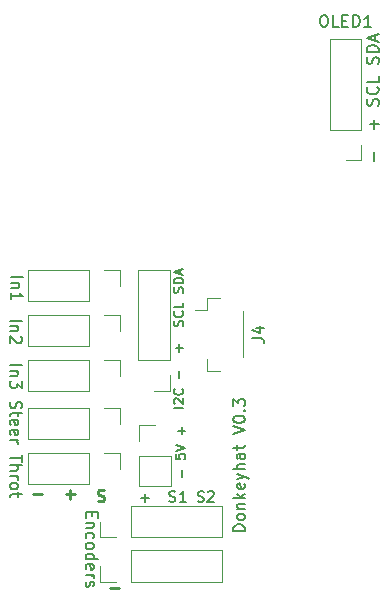
<source format=gto>
G04 #@! TF.GenerationSoftware,KiCad,Pcbnew,8.0.8*
G04 #@! TF.CreationDate,2025-01-20T20:05:45-08:00*
G04 #@! TF.ProjectId,DonkeyHat,446f6e6b-6579-4486-9174-2e6b69636164,rev?*
G04 #@! TF.SameCoordinates,Original*
G04 #@! TF.FileFunction,Legend,Top*
G04 #@! TF.FilePolarity,Positive*
%FSLAX46Y46*%
G04 Gerber Fmt 4.6, Leading zero omitted, Abs format (unit mm)*
G04 Created by KiCad (PCBNEW 8.0.8) date 2025-01-20 20:05:45*
%MOMM*%
%LPD*%
G01*
G04 APERTURE LIST*
%ADD10C,0.200000*%
%ADD11C,0.150000*%
%ADD12C,0.250000*%
%ADD13C,0.120000*%
G04 APERTURE END LIST*
D10*
X115072695Y-84326945D02*
X114272695Y-84326945D01*
X114348885Y-83984089D02*
X114310790Y-83945993D01*
X114310790Y-83945993D02*
X114272695Y-83869803D01*
X114272695Y-83869803D02*
X114272695Y-83679327D01*
X114272695Y-83679327D02*
X114310790Y-83603136D01*
X114310790Y-83603136D02*
X114348885Y-83565041D01*
X114348885Y-83565041D02*
X114425076Y-83526946D01*
X114425076Y-83526946D02*
X114501266Y-83526946D01*
X114501266Y-83526946D02*
X114615552Y-83565041D01*
X114615552Y-83565041D02*
X115072695Y-84022184D01*
X115072695Y-84022184D02*
X115072695Y-83526946D01*
X114996504Y-82726945D02*
X115034600Y-82765041D01*
X115034600Y-82765041D02*
X115072695Y-82879326D01*
X115072695Y-82879326D02*
X115072695Y-82955517D01*
X115072695Y-82955517D02*
X115034600Y-83069803D01*
X115034600Y-83069803D02*
X114958409Y-83145993D01*
X114958409Y-83145993D02*
X114882219Y-83184088D01*
X114882219Y-83184088D02*
X114729838Y-83222184D01*
X114729838Y-83222184D02*
X114615552Y-83222184D01*
X114615552Y-83222184D02*
X114463171Y-83184088D01*
X114463171Y-83184088D02*
X114386980Y-83145993D01*
X114386980Y-83145993D02*
X114310790Y-83069803D01*
X114310790Y-83069803D02*
X114272695Y-82955517D01*
X114272695Y-82955517D02*
X114272695Y-82879326D01*
X114272695Y-82879326D02*
X114310790Y-82765041D01*
X114310790Y-82765041D02*
X114348885Y-82726945D01*
X114767933Y-81774564D02*
X114767933Y-81165041D01*
X114767933Y-79565040D02*
X114767933Y-78955517D01*
X115072695Y-79260278D02*
X114463171Y-79260278D01*
X115034600Y-77393612D02*
X115072695Y-77279326D01*
X115072695Y-77279326D02*
X115072695Y-77088850D01*
X115072695Y-77088850D02*
X115034600Y-77012659D01*
X115034600Y-77012659D02*
X114996504Y-76974564D01*
X114996504Y-76974564D02*
X114920314Y-76936469D01*
X114920314Y-76936469D02*
X114844123Y-76936469D01*
X114844123Y-76936469D02*
X114767933Y-76974564D01*
X114767933Y-76974564D02*
X114729838Y-77012659D01*
X114729838Y-77012659D02*
X114691742Y-77088850D01*
X114691742Y-77088850D02*
X114653647Y-77241231D01*
X114653647Y-77241231D02*
X114615552Y-77317421D01*
X114615552Y-77317421D02*
X114577457Y-77355516D01*
X114577457Y-77355516D02*
X114501266Y-77393612D01*
X114501266Y-77393612D02*
X114425076Y-77393612D01*
X114425076Y-77393612D02*
X114348885Y-77355516D01*
X114348885Y-77355516D02*
X114310790Y-77317421D01*
X114310790Y-77317421D02*
X114272695Y-77241231D01*
X114272695Y-77241231D02*
X114272695Y-77050754D01*
X114272695Y-77050754D02*
X114310790Y-76936469D01*
X114996504Y-76136468D02*
X115034600Y-76174564D01*
X115034600Y-76174564D02*
X115072695Y-76288849D01*
X115072695Y-76288849D02*
X115072695Y-76365040D01*
X115072695Y-76365040D02*
X115034600Y-76479326D01*
X115034600Y-76479326D02*
X114958409Y-76555516D01*
X114958409Y-76555516D02*
X114882219Y-76593611D01*
X114882219Y-76593611D02*
X114729838Y-76631707D01*
X114729838Y-76631707D02*
X114615552Y-76631707D01*
X114615552Y-76631707D02*
X114463171Y-76593611D01*
X114463171Y-76593611D02*
X114386980Y-76555516D01*
X114386980Y-76555516D02*
X114310790Y-76479326D01*
X114310790Y-76479326D02*
X114272695Y-76365040D01*
X114272695Y-76365040D02*
X114272695Y-76288849D01*
X114272695Y-76288849D02*
X114310790Y-76174564D01*
X114310790Y-76174564D02*
X114348885Y-76136468D01*
X115072695Y-75412659D02*
X115072695Y-75793611D01*
X115072695Y-75793611D02*
X114272695Y-75793611D01*
X115034600Y-74574564D02*
X115072695Y-74460278D01*
X115072695Y-74460278D02*
X115072695Y-74269802D01*
X115072695Y-74269802D02*
X115034600Y-74193611D01*
X115034600Y-74193611D02*
X114996504Y-74155516D01*
X114996504Y-74155516D02*
X114920314Y-74117421D01*
X114920314Y-74117421D02*
X114844123Y-74117421D01*
X114844123Y-74117421D02*
X114767933Y-74155516D01*
X114767933Y-74155516D02*
X114729838Y-74193611D01*
X114729838Y-74193611D02*
X114691742Y-74269802D01*
X114691742Y-74269802D02*
X114653647Y-74422183D01*
X114653647Y-74422183D02*
X114615552Y-74498373D01*
X114615552Y-74498373D02*
X114577457Y-74536468D01*
X114577457Y-74536468D02*
X114501266Y-74574564D01*
X114501266Y-74574564D02*
X114425076Y-74574564D01*
X114425076Y-74574564D02*
X114348885Y-74536468D01*
X114348885Y-74536468D02*
X114310790Y-74498373D01*
X114310790Y-74498373D02*
X114272695Y-74422183D01*
X114272695Y-74422183D02*
X114272695Y-74231706D01*
X114272695Y-74231706D02*
X114310790Y-74117421D01*
X115072695Y-73774563D02*
X114272695Y-73774563D01*
X114272695Y-73774563D02*
X114272695Y-73584087D01*
X114272695Y-73584087D02*
X114310790Y-73469801D01*
X114310790Y-73469801D02*
X114386980Y-73393611D01*
X114386980Y-73393611D02*
X114463171Y-73355516D01*
X114463171Y-73355516D02*
X114615552Y-73317420D01*
X114615552Y-73317420D02*
X114729838Y-73317420D01*
X114729838Y-73317420D02*
X114882219Y-73355516D01*
X114882219Y-73355516D02*
X114958409Y-73393611D01*
X114958409Y-73393611D02*
X115034600Y-73469801D01*
X115034600Y-73469801D02*
X115072695Y-73584087D01*
X115072695Y-73584087D02*
X115072695Y-73774563D01*
X114844123Y-73012659D02*
X114844123Y-72631706D01*
X115072695Y-73088849D02*
X114272695Y-72822182D01*
X114272695Y-72822182D02*
X115072695Y-72555516D01*
D11*
X107353990Y-93136779D02*
X107353990Y-93470112D01*
X106830180Y-93612969D02*
X106830180Y-93136779D01*
X106830180Y-93136779D02*
X107830180Y-93136779D01*
X107830180Y-93136779D02*
X107830180Y-93612969D01*
X107496847Y-94041541D02*
X106830180Y-94041541D01*
X107401609Y-94041541D02*
X107449228Y-94089160D01*
X107449228Y-94089160D02*
X107496847Y-94184398D01*
X107496847Y-94184398D02*
X107496847Y-94327255D01*
X107496847Y-94327255D02*
X107449228Y-94422493D01*
X107449228Y-94422493D02*
X107353990Y-94470112D01*
X107353990Y-94470112D02*
X106830180Y-94470112D01*
X106877800Y-95374874D02*
X106830180Y-95279636D01*
X106830180Y-95279636D02*
X106830180Y-95089160D01*
X106830180Y-95089160D02*
X106877800Y-94993922D01*
X106877800Y-94993922D02*
X106925419Y-94946303D01*
X106925419Y-94946303D02*
X107020657Y-94898684D01*
X107020657Y-94898684D02*
X107306371Y-94898684D01*
X107306371Y-94898684D02*
X107401609Y-94946303D01*
X107401609Y-94946303D02*
X107449228Y-94993922D01*
X107449228Y-94993922D02*
X107496847Y-95089160D01*
X107496847Y-95089160D02*
X107496847Y-95279636D01*
X107496847Y-95279636D02*
X107449228Y-95374874D01*
X106830180Y-95946303D02*
X106877800Y-95851065D01*
X106877800Y-95851065D02*
X106925419Y-95803446D01*
X106925419Y-95803446D02*
X107020657Y-95755827D01*
X107020657Y-95755827D02*
X107306371Y-95755827D01*
X107306371Y-95755827D02*
X107401609Y-95803446D01*
X107401609Y-95803446D02*
X107449228Y-95851065D01*
X107449228Y-95851065D02*
X107496847Y-95946303D01*
X107496847Y-95946303D02*
X107496847Y-96089160D01*
X107496847Y-96089160D02*
X107449228Y-96184398D01*
X107449228Y-96184398D02*
X107401609Y-96232017D01*
X107401609Y-96232017D02*
X107306371Y-96279636D01*
X107306371Y-96279636D02*
X107020657Y-96279636D01*
X107020657Y-96279636D02*
X106925419Y-96232017D01*
X106925419Y-96232017D02*
X106877800Y-96184398D01*
X106877800Y-96184398D02*
X106830180Y-96089160D01*
X106830180Y-96089160D02*
X106830180Y-95946303D01*
X106830180Y-97136779D02*
X107830180Y-97136779D01*
X106877800Y-97136779D02*
X106830180Y-97041541D01*
X106830180Y-97041541D02*
X106830180Y-96851065D01*
X106830180Y-96851065D02*
X106877800Y-96755827D01*
X106877800Y-96755827D02*
X106925419Y-96708208D01*
X106925419Y-96708208D02*
X107020657Y-96660589D01*
X107020657Y-96660589D02*
X107306371Y-96660589D01*
X107306371Y-96660589D02*
X107401609Y-96708208D01*
X107401609Y-96708208D02*
X107449228Y-96755827D01*
X107449228Y-96755827D02*
X107496847Y-96851065D01*
X107496847Y-96851065D02*
X107496847Y-97041541D01*
X107496847Y-97041541D02*
X107449228Y-97136779D01*
X106877800Y-97993922D02*
X106830180Y-97898684D01*
X106830180Y-97898684D02*
X106830180Y-97708208D01*
X106830180Y-97708208D02*
X106877800Y-97612970D01*
X106877800Y-97612970D02*
X106973038Y-97565351D01*
X106973038Y-97565351D02*
X107353990Y-97565351D01*
X107353990Y-97565351D02*
X107449228Y-97612970D01*
X107449228Y-97612970D02*
X107496847Y-97708208D01*
X107496847Y-97708208D02*
X107496847Y-97898684D01*
X107496847Y-97898684D02*
X107449228Y-97993922D01*
X107449228Y-97993922D02*
X107353990Y-98041541D01*
X107353990Y-98041541D02*
X107258752Y-98041541D01*
X107258752Y-98041541D02*
X107163514Y-97565351D01*
X106830180Y-98470113D02*
X107496847Y-98470113D01*
X107306371Y-98470113D02*
X107401609Y-98517732D01*
X107401609Y-98517732D02*
X107449228Y-98565351D01*
X107449228Y-98565351D02*
X107496847Y-98660589D01*
X107496847Y-98660589D02*
X107496847Y-98755827D01*
X106877800Y-99041542D02*
X106830180Y-99136780D01*
X106830180Y-99136780D02*
X106830180Y-99327256D01*
X106830180Y-99327256D02*
X106877800Y-99422494D01*
X106877800Y-99422494D02*
X106973038Y-99470113D01*
X106973038Y-99470113D02*
X107020657Y-99470113D01*
X107020657Y-99470113D02*
X107115895Y-99422494D01*
X107115895Y-99422494D02*
X107163514Y-99327256D01*
X107163514Y-99327256D02*
X107163514Y-99184399D01*
X107163514Y-99184399D02*
X107211133Y-99089161D01*
X107211133Y-99089161D02*
X107306371Y-99041542D01*
X107306371Y-99041542D02*
X107353990Y-99041542D01*
X107353990Y-99041542D02*
X107449228Y-99089161D01*
X107449228Y-99089161D02*
X107496847Y-99184399D01*
X107496847Y-99184399D02*
X107496847Y-99327256D01*
X107496847Y-99327256D02*
X107449228Y-99422494D01*
X111470111Y-91939200D02*
X112155826Y-91939200D01*
X111812968Y-92282057D02*
X111812968Y-91596342D01*
X113912968Y-92239200D02*
X114041540Y-92282057D01*
X114041540Y-92282057D02*
X114255825Y-92282057D01*
X114255825Y-92282057D02*
X114341540Y-92239200D01*
X114341540Y-92239200D02*
X114384397Y-92196342D01*
X114384397Y-92196342D02*
X114427254Y-92110628D01*
X114427254Y-92110628D02*
X114427254Y-92024914D01*
X114427254Y-92024914D02*
X114384397Y-91939200D01*
X114384397Y-91939200D02*
X114341540Y-91896342D01*
X114341540Y-91896342D02*
X114255825Y-91853485D01*
X114255825Y-91853485D02*
X114084397Y-91810628D01*
X114084397Y-91810628D02*
X113998682Y-91767771D01*
X113998682Y-91767771D02*
X113955825Y-91724914D01*
X113955825Y-91724914D02*
X113912968Y-91639200D01*
X113912968Y-91639200D02*
X113912968Y-91553485D01*
X113912968Y-91553485D02*
X113955825Y-91467771D01*
X113955825Y-91467771D02*
X113998682Y-91424914D01*
X113998682Y-91424914D02*
X114084397Y-91382057D01*
X114084397Y-91382057D02*
X114298682Y-91382057D01*
X114298682Y-91382057D02*
X114427254Y-91424914D01*
X115284397Y-92282057D02*
X114770111Y-92282057D01*
X115027254Y-92282057D02*
X115027254Y-91382057D01*
X115027254Y-91382057D02*
X114941540Y-91510628D01*
X114941540Y-91510628D02*
X114855825Y-91596342D01*
X114855825Y-91596342D02*
X114770111Y-91639200D01*
X116312968Y-92239200D02*
X116441540Y-92282057D01*
X116441540Y-92282057D02*
X116655825Y-92282057D01*
X116655825Y-92282057D02*
X116741540Y-92239200D01*
X116741540Y-92239200D02*
X116784397Y-92196342D01*
X116784397Y-92196342D02*
X116827254Y-92110628D01*
X116827254Y-92110628D02*
X116827254Y-92024914D01*
X116827254Y-92024914D02*
X116784397Y-91939200D01*
X116784397Y-91939200D02*
X116741540Y-91896342D01*
X116741540Y-91896342D02*
X116655825Y-91853485D01*
X116655825Y-91853485D02*
X116484397Y-91810628D01*
X116484397Y-91810628D02*
X116398682Y-91767771D01*
X116398682Y-91767771D02*
X116355825Y-91724914D01*
X116355825Y-91724914D02*
X116312968Y-91639200D01*
X116312968Y-91639200D02*
X116312968Y-91553485D01*
X116312968Y-91553485D02*
X116355825Y-91467771D01*
X116355825Y-91467771D02*
X116398682Y-91424914D01*
X116398682Y-91424914D02*
X116484397Y-91382057D01*
X116484397Y-91382057D02*
X116698682Y-91382057D01*
X116698682Y-91382057D02*
X116827254Y-91424914D01*
X117170111Y-91467771D02*
X117212968Y-91424914D01*
X117212968Y-91424914D02*
X117298683Y-91382057D01*
X117298683Y-91382057D02*
X117512968Y-91382057D01*
X117512968Y-91382057D02*
X117598683Y-91424914D01*
X117598683Y-91424914D02*
X117641540Y-91467771D01*
X117641540Y-91467771D02*
X117684397Y-91553485D01*
X117684397Y-91553485D02*
X117684397Y-91639200D01*
X117684397Y-91639200D02*
X117641540Y-91767771D01*
X117641540Y-91767771D02*
X117127254Y-92282057D01*
X117127254Y-92282057D02*
X117684397Y-92282057D01*
D12*
X108408050Y-91293000D02*
X108265193Y-91245380D01*
X108265193Y-91245380D02*
X108027098Y-91245380D01*
X108027098Y-91245380D02*
X107931860Y-91293000D01*
X107931860Y-91293000D02*
X107884241Y-91340619D01*
X107884241Y-91340619D02*
X107836622Y-91435857D01*
X107836622Y-91435857D02*
X107836622Y-91531095D01*
X107836622Y-91531095D02*
X107884241Y-91626333D01*
X107884241Y-91626333D02*
X107931860Y-91673952D01*
X107931860Y-91673952D02*
X108027098Y-91721571D01*
X108027098Y-91721571D02*
X108217574Y-91769190D01*
X108217574Y-91769190D02*
X108312812Y-91816809D01*
X108312812Y-91816809D02*
X108360431Y-91864428D01*
X108360431Y-91864428D02*
X108408050Y-91959666D01*
X108408050Y-91959666D02*
X108408050Y-92054904D01*
X108408050Y-92054904D02*
X108360431Y-92150142D01*
X108360431Y-92150142D02*
X108312812Y-92197761D01*
X108312812Y-92197761D02*
X108217574Y-92245380D01*
X108217574Y-92245380D02*
X107979479Y-92245380D01*
X107979479Y-92245380D02*
X107836622Y-92197761D01*
X105884240Y-91626333D02*
X105122336Y-91626333D01*
X105503288Y-91245380D02*
X105503288Y-92007285D01*
X103122335Y-91626333D02*
X102360431Y-91626333D01*
D11*
X100477800Y-83789160D02*
X100430180Y-83932017D01*
X100430180Y-83932017D02*
X100430180Y-84170112D01*
X100430180Y-84170112D02*
X100477800Y-84265350D01*
X100477800Y-84265350D02*
X100525419Y-84312969D01*
X100525419Y-84312969D02*
X100620657Y-84360588D01*
X100620657Y-84360588D02*
X100715895Y-84360588D01*
X100715895Y-84360588D02*
X100811133Y-84312969D01*
X100811133Y-84312969D02*
X100858752Y-84265350D01*
X100858752Y-84265350D02*
X100906371Y-84170112D01*
X100906371Y-84170112D02*
X100953990Y-83979636D01*
X100953990Y-83979636D02*
X101001609Y-83884398D01*
X101001609Y-83884398D02*
X101049228Y-83836779D01*
X101049228Y-83836779D02*
X101144466Y-83789160D01*
X101144466Y-83789160D02*
X101239704Y-83789160D01*
X101239704Y-83789160D02*
X101334942Y-83836779D01*
X101334942Y-83836779D02*
X101382561Y-83884398D01*
X101382561Y-83884398D02*
X101430180Y-83979636D01*
X101430180Y-83979636D02*
X101430180Y-84217731D01*
X101430180Y-84217731D02*
X101382561Y-84360588D01*
X101096847Y-84646303D02*
X101096847Y-85027255D01*
X101430180Y-84789160D02*
X100573038Y-84789160D01*
X100573038Y-84789160D02*
X100477800Y-84836779D01*
X100477800Y-84836779D02*
X100430180Y-84932017D01*
X100430180Y-84932017D02*
X100430180Y-85027255D01*
X100477800Y-85741541D02*
X100430180Y-85646303D01*
X100430180Y-85646303D02*
X100430180Y-85455827D01*
X100430180Y-85455827D02*
X100477800Y-85360589D01*
X100477800Y-85360589D02*
X100573038Y-85312970D01*
X100573038Y-85312970D02*
X100953990Y-85312970D01*
X100953990Y-85312970D02*
X101049228Y-85360589D01*
X101049228Y-85360589D02*
X101096847Y-85455827D01*
X101096847Y-85455827D02*
X101096847Y-85646303D01*
X101096847Y-85646303D02*
X101049228Y-85741541D01*
X101049228Y-85741541D02*
X100953990Y-85789160D01*
X100953990Y-85789160D02*
X100858752Y-85789160D01*
X100858752Y-85789160D02*
X100763514Y-85312970D01*
X100477800Y-86598684D02*
X100430180Y-86503446D01*
X100430180Y-86503446D02*
X100430180Y-86312970D01*
X100430180Y-86312970D02*
X100477800Y-86217732D01*
X100477800Y-86217732D02*
X100573038Y-86170113D01*
X100573038Y-86170113D02*
X100953990Y-86170113D01*
X100953990Y-86170113D02*
X101049228Y-86217732D01*
X101049228Y-86217732D02*
X101096847Y-86312970D01*
X101096847Y-86312970D02*
X101096847Y-86503446D01*
X101096847Y-86503446D02*
X101049228Y-86598684D01*
X101049228Y-86598684D02*
X100953990Y-86646303D01*
X100953990Y-86646303D02*
X100858752Y-86646303D01*
X100858752Y-86646303D02*
X100763514Y-86170113D01*
X100430180Y-87074875D02*
X101096847Y-87074875D01*
X100906371Y-87074875D02*
X101001609Y-87122494D01*
X101001609Y-87122494D02*
X101049228Y-87170113D01*
X101049228Y-87170113D02*
X101096847Y-87265351D01*
X101096847Y-87265351D02*
X101096847Y-87360589D01*
X101430180Y-88293922D02*
X101430180Y-88865350D01*
X100430180Y-88579636D02*
X101430180Y-88579636D01*
X100430180Y-89198684D02*
X101430180Y-89198684D01*
X100430180Y-89627255D02*
X100953990Y-89627255D01*
X100953990Y-89627255D02*
X101049228Y-89579636D01*
X101049228Y-89579636D02*
X101096847Y-89484398D01*
X101096847Y-89484398D02*
X101096847Y-89341541D01*
X101096847Y-89341541D02*
X101049228Y-89246303D01*
X101049228Y-89246303D02*
X101001609Y-89198684D01*
X100430180Y-90103446D02*
X101096847Y-90103446D01*
X100906371Y-90103446D02*
X101001609Y-90151065D01*
X101001609Y-90151065D02*
X101049228Y-90198684D01*
X101049228Y-90198684D02*
X101096847Y-90293922D01*
X101096847Y-90293922D02*
X101096847Y-90389160D01*
X100430180Y-90865351D02*
X100477800Y-90770113D01*
X100477800Y-90770113D02*
X100525419Y-90722494D01*
X100525419Y-90722494D02*
X100620657Y-90674875D01*
X100620657Y-90674875D02*
X100906371Y-90674875D01*
X100906371Y-90674875D02*
X101001609Y-90722494D01*
X101001609Y-90722494D02*
X101049228Y-90770113D01*
X101049228Y-90770113D02*
X101096847Y-90865351D01*
X101096847Y-90865351D02*
X101096847Y-91008208D01*
X101096847Y-91008208D02*
X101049228Y-91103446D01*
X101049228Y-91103446D02*
X101001609Y-91151065D01*
X101001609Y-91151065D02*
X100906371Y-91198684D01*
X100906371Y-91198684D02*
X100620657Y-91198684D01*
X100620657Y-91198684D02*
X100525419Y-91151065D01*
X100525419Y-91151065D02*
X100477800Y-91103446D01*
X100477800Y-91103446D02*
X100430180Y-91008208D01*
X100430180Y-91008208D02*
X100430180Y-90865351D01*
X101096847Y-91484399D02*
X101096847Y-91865351D01*
X101430180Y-91627256D02*
X100573038Y-91627256D01*
X100573038Y-91627256D02*
X100477800Y-91674875D01*
X100477800Y-91674875D02*
X100430180Y-91770113D01*
X100430180Y-91770113D02*
X100430180Y-91865351D01*
X114956533Y-90210839D02*
X114956533Y-89601316D01*
X114461295Y-88229887D02*
X114461295Y-88610839D01*
X114461295Y-88610839D02*
X114842247Y-88648935D01*
X114842247Y-88648935D02*
X114804152Y-88610839D01*
X114804152Y-88610839D02*
X114766057Y-88534649D01*
X114766057Y-88534649D02*
X114766057Y-88344173D01*
X114766057Y-88344173D02*
X114804152Y-88267982D01*
X114804152Y-88267982D02*
X114842247Y-88229887D01*
X114842247Y-88229887D02*
X114918438Y-88191792D01*
X114918438Y-88191792D02*
X115108914Y-88191792D01*
X115108914Y-88191792D02*
X115185104Y-88229887D01*
X115185104Y-88229887D02*
X115223200Y-88267982D01*
X115223200Y-88267982D02*
X115261295Y-88344173D01*
X115261295Y-88344173D02*
X115261295Y-88534649D01*
X115261295Y-88534649D02*
X115223200Y-88610839D01*
X115223200Y-88610839D02*
X115185104Y-88648935D01*
X114461295Y-87963220D02*
X115261295Y-87696553D01*
X115261295Y-87696553D02*
X114461295Y-87429887D01*
X114956533Y-86553696D02*
X114956533Y-85944173D01*
X115261295Y-86248934D02*
X114651771Y-86248934D01*
X100430180Y-80732779D02*
X101430180Y-80732779D01*
X101096847Y-81208969D02*
X100430180Y-81208969D01*
X101001609Y-81208969D02*
X101049228Y-81256588D01*
X101049228Y-81256588D02*
X101096847Y-81351826D01*
X101096847Y-81351826D02*
X101096847Y-81494683D01*
X101096847Y-81494683D02*
X101049228Y-81589921D01*
X101049228Y-81589921D02*
X100953990Y-81637540D01*
X100953990Y-81637540D02*
X100430180Y-81637540D01*
X101430180Y-82018493D02*
X101430180Y-82637540D01*
X101430180Y-82637540D02*
X101049228Y-82304207D01*
X101049228Y-82304207D02*
X101049228Y-82447064D01*
X101049228Y-82447064D02*
X101001609Y-82542302D01*
X101001609Y-82542302D02*
X100953990Y-82589921D01*
X100953990Y-82589921D02*
X100858752Y-82637540D01*
X100858752Y-82637540D02*
X100620657Y-82637540D01*
X100620657Y-82637540D02*
X100525419Y-82589921D01*
X100525419Y-82589921D02*
X100477800Y-82542302D01*
X100477800Y-82542302D02*
X100430180Y-82447064D01*
X100430180Y-82447064D02*
X100430180Y-82161350D01*
X100430180Y-82161350D02*
X100477800Y-82066112D01*
X100477800Y-82066112D02*
X100525419Y-82018493D01*
X100430180Y-76932779D02*
X101430180Y-76932779D01*
X101096847Y-77408969D02*
X100430180Y-77408969D01*
X101001609Y-77408969D02*
X101049228Y-77456588D01*
X101049228Y-77456588D02*
X101096847Y-77551826D01*
X101096847Y-77551826D02*
X101096847Y-77694683D01*
X101096847Y-77694683D02*
X101049228Y-77789921D01*
X101049228Y-77789921D02*
X100953990Y-77837540D01*
X100953990Y-77837540D02*
X100430180Y-77837540D01*
X101334942Y-78266112D02*
X101382561Y-78313731D01*
X101382561Y-78313731D02*
X101430180Y-78408969D01*
X101430180Y-78408969D02*
X101430180Y-78647064D01*
X101430180Y-78647064D02*
X101382561Y-78742302D01*
X101382561Y-78742302D02*
X101334942Y-78789921D01*
X101334942Y-78789921D02*
X101239704Y-78837540D01*
X101239704Y-78837540D02*
X101144466Y-78837540D01*
X101144466Y-78837540D02*
X101001609Y-78789921D01*
X101001609Y-78789921D02*
X100430180Y-78218493D01*
X100430180Y-78218493D02*
X100430180Y-78837540D01*
X120309819Y-94763220D02*
X119309819Y-94763220D01*
X119309819Y-94763220D02*
X119309819Y-94525125D01*
X119309819Y-94525125D02*
X119357438Y-94382268D01*
X119357438Y-94382268D02*
X119452676Y-94287030D01*
X119452676Y-94287030D02*
X119547914Y-94239411D01*
X119547914Y-94239411D02*
X119738390Y-94191792D01*
X119738390Y-94191792D02*
X119881247Y-94191792D01*
X119881247Y-94191792D02*
X120071723Y-94239411D01*
X120071723Y-94239411D02*
X120166961Y-94287030D01*
X120166961Y-94287030D02*
X120262200Y-94382268D01*
X120262200Y-94382268D02*
X120309819Y-94525125D01*
X120309819Y-94525125D02*
X120309819Y-94763220D01*
X120309819Y-93620363D02*
X120262200Y-93715601D01*
X120262200Y-93715601D02*
X120214580Y-93763220D01*
X120214580Y-93763220D02*
X120119342Y-93810839D01*
X120119342Y-93810839D02*
X119833628Y-93810839D01*
X119833628Y-93810839D02*
X119738390Y-93763220D01*
X119738390Y-93763220D02*
X119690771Y-93715601D01*
X119690771Y-93715601D02*
X119643152Y-93620363D01*
X119643152Y-93620363D02*
X119643152Y-93477506D01*
X119643152Y-93477506D02*
X119690771Y-93382268D01*
X119690771Y-93382268D02*
X119738390Y-93334649D01*
X119738390Y-93334649D02*
X119833628Y-93287030D01*
X119833628Y-93287030D02*
X120119342Y-93287030D01*
X120119342Y-93287030D02*
X120214580Y-93334649D01*
X120214580Y-93334649D02*
X120262200Y-93382268D01*
X120262200Y-93382268D02*
X120309819Y-93477506D01*
X120309819Y-93477506D02*
X120309819Y-93620363D01*
X119643152Y-92858458D02*
X120309819Y-92858458D01*
X119738390Y-92858458D02*
X119690771Y-92810839D01*
X119690771Y-92810839D02*
X119643152Y-92715601D01*
X119643152Y-92715601D02*
X119643152Y-92572744D01*
X119643152Y-92572744D02*
X119690771Y-92477506D01*
X119690771Y-92477506D02*
X119786009Y-92429887D01*
X119786009Y-92429887D02*
X120309819Y-92429887D01*
X120309819Y-91953696D02*
X119309819Y-91953696D01*
X119928866Y-91858458D02*
X120309819Y-91572744D01*
X119643152Y-91572744D02*
X120024104Y-91953696D01*
X120262200Y-90763220D02*
X120309819Y-90858458D01*
X120309819Y-90858458D02*
X120309819Y-91048934D01*
X120309819Y-91048934D02*
X120262200Y-91144172D01*
X120262200Y-91144172D02*
X120166961Y-91191791D01*
X120166961Y-91191791D02*
X119786009Y-91191791D01*
X119786009Y-91191791D02*
X119690771Y-91144172D01*
X119690771Y-91144172D02*
X119643152Y-91048934D01*
X119643152Y-91048934D02*
X119643152Y-90858458D01*
X119643152Y-90858458D02*
X119690771Y-90763220D01*
X119690771Y-90763220D02*
X119786009Y-90715601D01*
X119786009Y-90715601D02*
X119881247Y-90715601D01*
X119881247Y-90715601D02*
X119976485Y-91191791D01*
X119643152Y-90382267D02*
X120309819Y-90144172D01*
X119643152Y-89906077D02*
X120309819Y-90144172D01*
X120309819Y-90144172D02*
X120547914Y-90239410D01*
X120547914Y-90239410D02*
X120595533Y-90287029D01*
X120595533Y-90287029D02*
X120643152Y-90382267D01*
X120309819Y-89525124D02*
X119309819Y-89525124D01*
X120309819Y-89096553D02*
X119786009Y-89096553D01*
X119786009Y-89096553D02*
X119690771Y-89144172D01*
X119690771Y-89144172D02*
X119643152Y-89239410D01*
X119643152Y-89239410D02*
X119643152Y-89382267D01*
X119643152Y-89382267D02*
X119690771Y-89477505D01*
X119690771Y-89477505D02*
X119738390Y-89525124D01*
X120309819Y-88191791D02*
X119786009Y-88191791D01*
X119786009Y-88191791D02*
X119690771Y-88239410D01*
X119690771Y-88239410D02*
X119643152Y-88334648D01*
X119643152Y-88334648D02*
X119643152Y-88525124D01*
X119643152Y-88525124D02*
X119690771Y-88620362D01*
X120262200Y-88191791D02*
X120309819Y-88287029D01*
X120309819Y-88287029D02*
X120309819Y-88525124D01*
X120309819Y-88525124D02*
X120262200Y-88620362D01*
X120262200Y-88620362D02*
X120166961Y-88667981D01*
X120166961Y-88667981D02*
X120071723Y-88667981D01*
X120071723Y-88667981D02*
X119976485Y-88620362D01*
X119976485Y-88620362D02*
X119928866Y-88525124D01*
X119928866Y-88525124D02*
X119928866Y-88287029D01*
X119928866Y-88287029D02*
X119881247Y-88191791D01*
X119643152Y-87858457D02*
X119643152Y-87477505D01*
X119309819Y-87715600D02*
X120166961Y-87715600D01*
X120166961Y-87715600D02*
X120262200Y-87667981D01*
X120262200Y-87667981D02*
X120309819Y-87572743D01*
X120309819Y-87572743D02*
X120309819Y-87477505D01*
X119309819Y-86525123D02*
X120309819Y-86191790D01*
X120309819Y-86191790D02*
X119309819Y-85858457D01*
X119309819Y-85334647D02*
X119309819Y-85239409D01*
X119309819Y-85239409D02*
X119357438Y-85144171D01*
X119357438Y-85144171D02*
X119405057Y-85096552D01*
X119405057Y-85096552D02*
X119500295Y-85048933D01*
X119500295Y-85048933D02*
X119690771Y-85001314D01*
X119690771Y-85001314D02*
X119928866Y-85001314D01*
X119928866Y-85001314D02*
X120119342Y-85048933D01*
X120119342Y-85048933D02*
X120214580Y-85096552D01*
X120214580Y-85096552D02*
X120262200Y-85144171D01*
X120262200Y-85144171D02*
X120309819Y-85239409D01*
X120309819Y-85239409D02*
X120309819Y-85334647D01*
X120309819Y-85334647D02*
X120262200Y-85429885D01*
X120262200Y-85429885D02*
X120214580Y-85477504D01*
X120214580Y-85477504D02*
X120119342Y-85525123D01*
X120119342Y-85525123D02*
X119928866Y-85572742D01*
X119928866Y-85572742D02*
X119690771Y-85572742D01*
X119690771Y-85572742D02*
X119500295Y-85525123D01*
X119500295Y-85525123D02*
X119405057Y-85477504D01*
X119405057Y-85477504D02*
X119357438Y-85429885D01*
X119357438Y-85429885D02*
X119309819Y-85334647D01*
X120214580Y-84572742D02*
X120262200Y-84525123D01*
X120262200Y-84525123D02*
X120309819Y-84572742D01*
X120309819Y-84572742D02*
X120262200Y-84620361D01*
X120262200Y-84620361D02*
X120214580Y-84572742D01*
X120214580Y-84572742D02*
X120309819Y-84572742D01*
X119309819Y-84191790D02*
X119309819Y-83572743D01*
X119309819Y-83572743D02*
X119690771Y-83906076D01*
X119690771Y-83906076D02*
X119690771Y-83763219D01*
X119690771Y-83763219D02*
X119738390Y-83667981D01*
X119738390Y-83667981D02*
X119786009Y-83620362D01*
X119786009Y-83620362D02*
X119881247Y-83572743D01*
X119881247Y-83572743D02*
X120119342Y-83572743D01*
X120119342Y-83572743D02*
X120214580Y-83620362D01*
X120214580Y-83620362D02*
X120262200Y-83667981D01*
X120262200Y-83667981D02*
X120309819Y-83763219D01*
X120309819Y-83763219D02*
X120309819Y-84048933D01*
X120309819Y-84048933D02*
X120262200Y-84144171D01*
X120262200Y-84144171D02*
X120214580Y-84191790D01*
D12*
X108902568Y-99583666D02*
X109664473Y-99583666D01*
D11*
X100530180Y-73232779D02*
X101530180Y-73232779D01*
X101196847Y-73708969D02*
X100530180Y-73708969D01*
X101101609Y-73708969D02*
X101149228Y-73756588D01*
X101149228Y-73756588D02*
X101196847Y-73851826D01*
X101196847Y-73851826D02*
X101196847Y-73994683D01*
X101196847Y-73994683D02*
X101149228Y-74089921D01*
X101149228Y-74089921D02*
X101053990Y-74137540D01*
X101053990Y-74137540D02*
X100530180Y-74137540D01*
X100530180Y-75137540D02*
X100530180Y-74566112D01*
X100530180Y-74851826D02*
X101530180Y-74851826D01*
X101530180Y-74851826D02*
X101387323Y-74756588D01*
X101387323Y-74756588D02*
X101292085Y-74661350D01*
X101292085Y-74661350D02*
X101244466Y-74566112D01*
D10*
X131236266Y-63435326D02*
X131236266Y-62673422D01*
X131236266Y-60673421D02*
X131236266Y-59911517D01*
X131617219Y-60292469D02*
X130855314Y-60292469D01*
X131569600Y-58721040D02*
X131617219Y-58578183D01*
X131617219Y-58578183D02*
X131617219Y-58340088D01*
X131617219Y-58340088D02*
X131569600Y-58244850D01*
X131569600Y-58244850D02*
X131521980Y-58197231D01*
X131521980Y-58197231D02*
X131426742Y-58149612D01*
X131426742Y-58149612D02*
X131331504Y-58149612D01*
X131331504Y-58149612D02*
X131236266Y-58197231D01*
X131236266Y-58197231D02*
X131188647Y-58244850D01*
X131188647Y-58244850D02*
X131141028Y-58340088D01*
X131141028Y-58340088D02*
X131093409Y-58530564D01*
X131093409Y-58530564D02*
X131045790Y-58625802D01*
X131045790Y-58625802D02*
X130998171Y-58673421D01*
X130998171Y-58673421D02*
X130902933Y-58721040D01*
X130902933Y-58721040D02*
X130807695Y-58721040D01*
X130807695Y-58721040D02*
X130712457Y-58673421D01*
X130712457Y-58673421D02*
X130664838Y-58625802D01*
X130664838Y-58625802D02*
X130617219Y-58530564D01*
X130617219Y-58530564D02*
X130617219Y-58292469D01*
X130617219Y-58292469D02*
X130664838Y-58149612D01*
X131521980Y-57149612D02*
X131569600Y-57197231D01*
X131569600Y-57197231D02*
X131617219Y-57340088D01*
X131617219Y-57340088D02*
X131617219Y-57435326D01*
X131617219Y-57435326D02*
X131569600Y-57578183D01*
X131569600Y-57578183D02*
X131474361Y-57673421D01*
X131474361Y-57673421D02*
X131379123Y-57721040D01*
X131379123Y-57721040D02*
X131188647Y-57768659D01*
X131188647Y-57768659D02*
X131045790Y-57768659D01*
X131045790Y-57768659D02*
X130855314Y-57721040D01*
X130855314Y-57721040D02*
X130760076Y-57673421D01*
X130760076Y-57673421D02*
X130664838Y-57578183D01*
X130664838Y-57578183D02*
X130617219Y-57435326D01*
X130617219Y-57435326D02*
X130617219Y-57340088D01*
X130617219Y-57340088D02*
X130664838Y-57197231D01*
X130664838Y-57197231D02*
X130712457Y-57149612D01*
X131617219Y-56244850D02*
X131617219Y-56721040D01*
X131617219Y-56721040D02*
X130617219Y-56721040D01*
X131569600Y-55197230D02*
X131617219Y-55054373D01*
X131617219Y-55054373D02*
X131617219Y-54816278D01*
X131617219Y-54816278D02*
X131569600Y-54721040D01*
X131569600Y-54721040D02*
X131521980Y-54673421D01*
X131521980Y-54673421D02*
X131426742Y-54625802D01*
X131426742Y-54625802D02*
X131331504Y-54625802D01*
X131331504Y-54625802D02*
X131236266Y-54673421D01*
X131236266Y-54673421D02*
X131188647Y-54721040D01*
X131188647Y-54721040D02*
X131141028Y-54816278D01*
X131141028Y-54816278D02*
X131093409Y-55006754D01*
X131093409Y-55006754D02*
X131045790Y-55101992D01*
X131045790Y-55101992D02*
X130998171Y-55149611D01*
X130998171Y-55149611D02*
X130902933Y-55197230D01*
X130902933Y-55197230D02*
X130807695Y-55197230D01*
X130807695Y-55197230D02*
X130712457Y-55149611D01*
X130712457Y-55149611D02*
X130664838Y-55101992D01*
X130664838Y-55101992D02*
X130617219Y-55006754D01*
X130617219Y-55006754D02*
X130617219Y-54768659D01*
X130617219Y-54768659D02*
X130664838Y-54625802D01*
X131617219Y-54197230D02*
X130617219Y-54197230D01*
X130617219Y-54197230D02*
X130617219Y-53959135D01*
X130617219Y-53959135D02*
X130664838Y-53816278D01*
X130664838Y-53816278D02*
X130760076Y-53721040D01*
X130760076Y-53721040D02*
X130855314Y-53673421D01*
X130855314Y-53673421D02*
X131045790Y-53625802D01*
X131045790Y-53625802D02*
X131188647Y-53625802D01*
X131188647Y-53625802D02*
X131379123Y-53673421D01*
X131379123Y-53673421D02*
X131474361Y-53721040D01*
X131474361Y-53721040D02*
X131569600Y-53816278D01*
X131569600Y-53816278D02*
X131617219Y-53959135D01*
X131617219Y-53959135D02*
X131617219Y-54197230D01*
X131331504Y-53244849D02*
X131331504Y-52768659D01*
X131617219Y-53340087D02*
X130617219Y-53006754D01*
X130617219Y-53006754D02*
X131617219Y-52673421D01*
D11*
X120929818Y-78433333D02*
X121644103Y-78433333D01*
X121644103Y-78433333D02*
X121786960Y-78480952D01*
X121786960Y-78480952D02*
X121882199Y-78576190D01*
X121882199Y-78576190D02*
X121929818Y-78719047D01*
X121929818Y-78719047D02*
X121929818Y-78814285D01*
X121263151Y-77528571D02*
X121929818Y-77528571D01*
X120882199Y-77766666D02*
X121596484Y-78004761D01*
X121596484Y-78004761D02*
X121596484Y-77385714D01*
X126900428Y-51077819D02*
X127090904Y-51077819D01*
X127090904Y-51077819D02*
X127186142Y-51125438D01*
X127186142Y-51125438D02*
X127281380Y-51220676D01*
X127281380Y-51220676D02*
X127328999Y-51411152D01*
X127328999Y-51411152D02*
X127328999Y-51744485D01*
X127328999Y-51744485D02*
X127281380Y-51934961D01*
X127281380Y-51934961D02*
X127186142Y-52030200D01*
X127186142Y-52030200D02*
X127090904Y-52077819D01*
X127090904Y-52077819D02*
X126900428Y-52077819D01*
X126900428Y-52077819D02*
X126805190Y-52030200D01*
X126805190Y-52030200D02*
X126709952Y-51934961D01*
X126709952Y-51934961D02*
X126662333Y-51744485D01*
X126662333Y-51744485D02*
X126662333Y-51411152D01*
X126662333Y-51411152D02*
X126709952Y-51220676D01*
X126709952Y-51220676D02*
X126805190Y-51125438D01*
X126805190Y-51125438D02*
X126900428Y-51077819D01*
X128233761Y-52077819D02*
X127757571Y-52077819D01*
X127757571Y-52077819D02*
X127757571Y-51077819D01*
X128567095Y-51554009D02*
X128900428Y-51554009D01*
X129043285Y-52077819D02*
X128567095Y-52077819D01*
X128567095Y-52077819D02*
X128567095Y-51077819D01*
X128567095Y-51077819D02*
X129043285Y-51077819D01*
X129471857Y-52077819D02*
X129471857Y-51077819D01*
X129471857Y-51077819D02*
X129709952Y-51077819D01*
X129709952Y-51077819D02*
X129852809Y-51125438D01*
X129852809Y-51125438D02*
X129948047Y-51220676D01*
X129948047Y-51220676D02*
X129995666Y-51315914D01*
X129995666Y-51315914D02*
X130043285Y-51506390D01*
X130043285Y-51506390D02*
X130043285Y-51649247D01*
X130043285Y-51649247D02*
X129995666Y-51839723D01*
X129995666Y-51839723D02*
X129948047Y-51934961D01*
X129948047Y-51934961D02*
X129852809Y-52030200D01*
X129852809Y-52030200D02*
X129709952Y-52077819D01*
X129709952Y-52077819D02*
X129471857Y-52077819D01*
X130995666Y-52077819D02*
X130424238Y-52077819D01*
X130709952Y-52077819D02*
X130709952Y-51077819D01*
X130709952Y-51077819D02*
X130614714Y-51220676D01*
X130614714Y-51220676D02*
X130519476Y-51315914D01*
X130519476Y-51315914D02*
X130424238Y-51363533D01*
D13*
X101972001Y-88129000D02*
X101972001Y-90789000D01*
X107111999Y-88129000D02*
X101972001Y-88129000D01*
X107111999Y-88129000D02*
X107111999Y-90789000D01*
X107111999Y-90789000D02*
X101972001Y-90789000D01*
X108382000Y-88129000D02*
X109712000Y-88129000D01*
X109712000Y-88129000D02*
X109712000Y-89459000D01*
X108068000Y-99044000D02*
X108068000Y-97714000D01*
X109398000Y-99044000D02*
X108068000Y-99044000D01*
X110668001Y-96384000D02*
X118348000Y-96384000D01*
X110668001Y-99044000D02*
X110668001Y-96384000D01*
X110668001Y-99044000D02*
X118348000Y-99044000D01*
X118348000Y-99044000D02*
X118348000Y-96384000D01*
X111370000Y-85770000D02*
X112700000Y-85770000D01*
X111370000Y-87100000D02*
X111370000Y-85770000D01*
X111370000Y-88370000D02*
X111370000Y-90970000D01*
X111370000Y-88370000D02*
X114030000Y-88370000D01*
X111370000Y-90970000D02*
X114030000Y-90970000D01*
X114030000Y-88370000D02*
X114030000Y-90970000D01*
X117065000Y-74989999D02*
X117065000Y-76040001D01*
X117065000Y-76040001D02*
X116075000Y-76040000D01*
X117065000Y-81210001D02*
X117065000Y-80159999D01*
X118215000Y-74990000D02*
X117065000Y-74989999D01*
X118215000Y-81210000D02*
X117065000Y-81210001D01*
X120185000Y-76160000D02*
X120185000Y-80040000D01*
X101957001Y-72650000D02*
X101957001Y-75310000D01*
X107096999Y-72650000D02*
X101957001Y-72650000D01*
X107096999Y-72650000D02*
X107096999Y-75310000D01*
X107096999Y-75310000D02*
X101957001Y-75310000D01*
X108367000Y-72650000D02*
X109697000Y-72650000D01*
X109697000Y-72650000D02*
X109697000Y-73980000D01*
X101957002Y-76460000D02*
X101957002Y-79120000D01*
X107097000Y-76460000D02*
X101957002Y-76460000D01*
X107097000Y-76460000D02*
X107097000Y-79120000D01*
X107097000Y-79120000D02*
X101957002Y-79120000D01*
X108367001Y-76460000D02*
X109697001Y-76460000D01*
X109697001Y-76460000D02*
X109697001Y-77790000D01*
X127499000Y-60757000D02*
X127499000Y-53077000D01*
X130159000Y-53077000D02*
X127499000Y-53077000D01*
X130159000Y-60757000D02*
X127499000Y-60757000D01*
X130159000Y-60757000D02*
X130159000Y-53077000D01*
X130159000Y-62027000D02*
X130159000Y-63357000D01*
X130159000Y-63357000D02*
X128829000Y-63357000D01*
X108068000Y-95283000D02*
X108068000Y-93953000D01*
X109398000Y-95283000D02*
X108068000Y-95283000D01*
X110668001Y-92623000D02*
X118348000Y-92623000D01*
X110668001Y-95283000D02*
X110668001Y-92623000D01*
X110668001Y-95283000D02*
X118348000Y-95283000D01*
X118348000Y-95283000D02*
X118348000Y-92623000D01*
X101957001Y-80270000D02*
X101957001Y-82930000D01*
X107096999Y-80270000D02*
X101957001Y-80270000D01*
X107096999Y-80270000D02*
X107096999Y-82930000D01*
X107096999Y-82930000D02*
X101957001Y-82930000D01*
X108367000Y-80270000D02*
X109697000Y-80270000D01*
X109697000Y-80270000D02*
X109697000Y-81600000D01*
X111270000Y-80310000D02*
X111270000Y-72630000D01*
X113930000Y-72630000D02*
X111270000Y-72630000D01*
X113930000Y-80310000D02*
X111270000Y-80310000D01*
X113930000Y-80310000D02*
X113930000Y-72630000D01*
X113930000Y-81580000D02*
X113930000Y-82910000D01*
X113930000Y-82910000D02*
X112600000Y-82910000D01*
X101957001Y-84319000D02*
X101957001Y-86979000D01*
X107096999Y-84319000D02*
X101957001Y-84319000D01*
X107096999Y-84319000D02*
X107096999Y-86979000D01*
X107096999Y-86979000D02*
X101957001Y-86979000D01*
X108367000Y-84319000D02*
X109697000Y-84319000D01*
X109697000Y-84319000D02*
X109697000Y-85649000D01*
M02*

</source>
